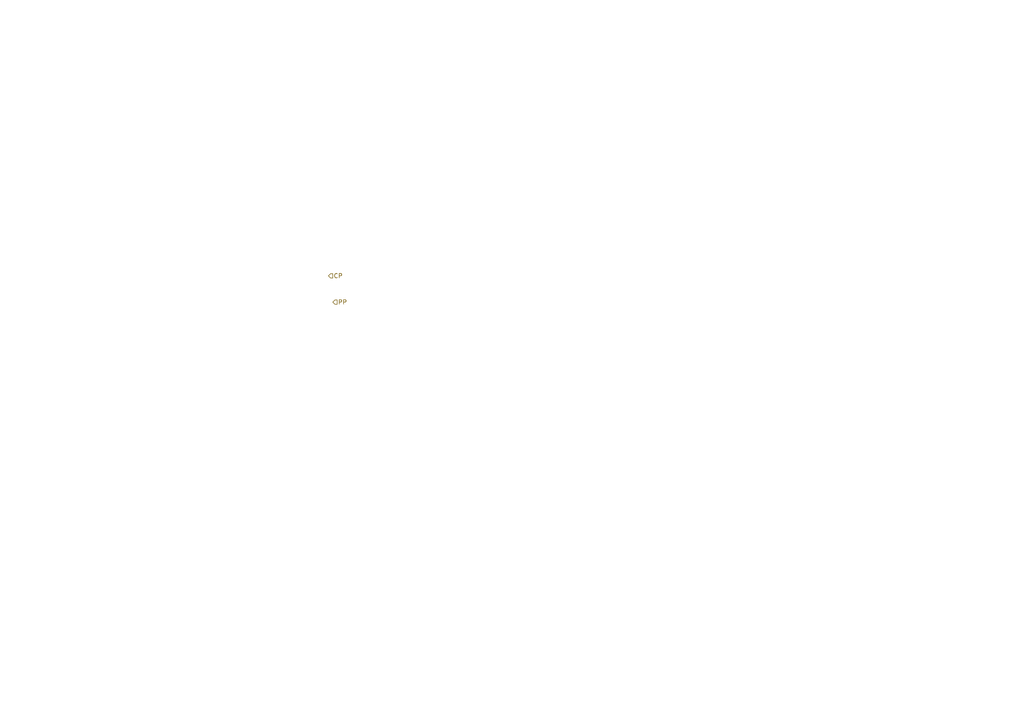
<source format=kicad_sch>
(kicad_sch (version 20210621) (generator eeschema)
  (paper "A4")
  (lib_symbols)
  (hierarchical_label "PP" (shape input) (at 96.52 87.63 0))
  (hierarchical_label "CP" (shape input) (at 95.25 80.01 0))
)
</source>
